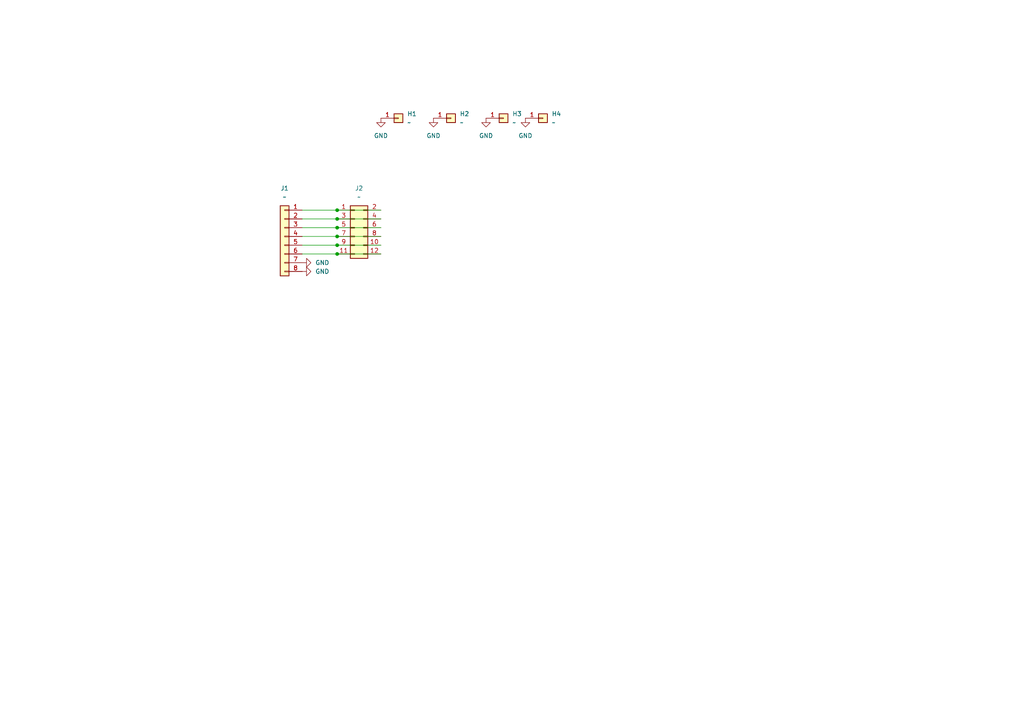
<source format=kicad_sch>
(kicad_sch (version 20211123) (generator eeschema)
  (paper "A4")
  (lib_symbols
    (symbol "Connector_Generic:Conn_01x01" (pin_names (offset 1.016) hide)
      (property "Reference" "J" (at 0 2.54 0))
      (property "Value" "Conn_01x01" (at 0 -2.54 0))
      (symbol "Conn_01x01_1_1"
        (rectangle (start -1.27 0.127) (end 0 -0.127) (stroke (width 0.1524)))
        (rectangle (start -1.27 1.27) (end 1.27 -1.27) (stroke (width 0.254)) (fill (type background)))
        (pin passive line (at -5.08 0 0) (length 3.81) (name "Pin_1") (number "1"))
      )
    )
    (symbol "Connector_Generic:Conn_01x08" (pin_names (offset 1.016) hide)
      (property "Reference" "J" (at 0 10.16 0))
      (property "Value" "Conn_01x08" (at 0 -12.7 0))
      (symbol "Conn_01x08_1_1"
        (rectangle (start -1.27 -10.033) (end 0 -10.287) (stroke (width 0.1524)))
        (rectangle (start -1.27 -7.493) (end 0 -7.747) (stroke (width 0.1524)))
        (rectangle (start -1.27 -4.953) (end 0 -5.207) (stroke (width 0.1524)))
        (rectangle (start -1.27 -2.413) (end 0 -2.667) (stroke (width 0.1524)))
        (rectangle (start -1.27 0.127) (end 0 -0.127) (stroke (width 0.1524)))
        (rectangle (start -1.27 2.667) (end 0 2.413) (stroke (width 0.1524)))
        (rectangle (start -1.27 5.207) (end 0 4.953) (stroke (width 0.1524)))
        (rectangle (start -1.27 7.747) (end 0 7.493) (stroke (width 0.1524)))
        (rectangle (start -1.27 8.89) (end 1.27 -11.43) (stroke (width 0.254)) (fill (type background)))
        (pin passive line (at -5.08 7.62 0) (length 3.81) (name "Pin_1") (number "1"))
        (pin passive line (at -5.08 5.08 0) (length 3.81) (name "Pin_2") (number "2"))
        (pin passive line (at -5.08 2.54 0) (length 3.81) (name "Pin_3") (number "3"))
        (pin passive line (at -5.08 0 0) (length 3.81) (name "Pin_4") (number "4"))
        (pin passive line (at -5.08 -2.54 0) (length 3.81) (name "Pin_5") (number "5"))
        (pin passive line (at -5.08 -5.08 0) (length 3.81) (name "Pin_6") (number "6"))
        (pin passive line (at -5.08 -7.62 0) (length 3.81) (name "Pin_7") (number "7"))
        (pin passive line (at -5.08 -10.16 0) (length 3.81) (name "Pin_8") (number "8"))
      )
    )
    (symbol "Connector_Generic:Conn_02x06_Odd_Even" (pin_names (offset 1.016) hide)
      (property "Reference" "J" (at 1.27 7.62 0))
      (property "Value" "Conn_02x06_Odd_Even" (at 1.27 -10.16 0))
      (symbol "Conn_02x06_Odd_Even_1_1"
        (rectangle (start -1.27 -7.493) (end 0 -7.747) (stroke (width 0.1524)))
        (rectangle (start -1.27 -4.953) (end 0 -5.207) (stroke (width 0.1524)))
        (rectangle (start -1.27 -2.413) (end 0 -2.667) (stroke (width 0.1524)))
        (rectangle (start -1.27 0.127) (end 0 -0.127) (stroke (width 0.1524)))
        (rectangle (start -1.27 2.667) (end 0 2.413) (stroke (width 0.1524)))
        (rectangle (start -1.27 5.207) (end 0 4.953) (stroke (width 0.1524)))
        (rectangle (start -1.27 6.35) (end 3.81 -8.89) (stroke (width 0.254)) (fill (type background)))
        (rectangle (start 3.81 -7.493) (end 2.54 -7.747) (stroke (width 0.1524)))
        (rectangle (start 3.81 -4.953) (end 2.54 -5.207) (stroke (width 0.1524)))
        (rectangle (start 3.81 -2.413) (end 2.54 -2.667) (stroke (width 0.1524)))
        (rectangle (start 3.81 0.127) (end 2.54 -0.127) (stroke (width 0.1524)))
        (rectangle (start 3.81 2.667) (end 2.54 2.413) (stroke (width 0.1524)))
        (rectangle (start 3.81 5.207) (end 2.54 4.953) (stroke (width 0.1524)))
        (pin passive line (at -5.08 5.08 0) (length 3.81) (name "Pin_1") (number "1"))
        (pin passive line (at 7.62 -5.08 180) (length 3.81) (name "Pin_10") (number "10"))
        (pin passive line (at -5.08 -7.62 0) (length 3.81) (name "Pin_11") (number "11"))
        (pin passive line (at 7.62 -7.62 180) (length 3.81) (name "Pin_12") (number "12"))
        (pin passive line (at 7.62 5.08 180) (length 3.81) (name "Pin_2") (number "2"))
        (pin passive line (at -5.08 2.54 0) (length 3.81) (name "Pin_3") (number "3"))
        (pin passive line (at 7.62 2.54 180) (length 3.81) (name "Pin_4") (number "4"))
        (pin passive line (at -5.08 0 0) (length 3.81) (name "Pin_5") (number "5"))
        (pin passive line (at 7.62 0 180) (length 3.81) (name "Pin_6") (number "6"))
        (pin passive line (at -5.08 -2.54 0) (length 3.81) (name "Pin_7") (number "7"))
        (pin passive line (at 7.62 -2.54 180) (length 3.81) (name "Pin_8") (number "8"))
        (pin passive line (at -5.08 -5.08 0) (length 3.81) (name "Pin_9") (number "9"))
      )
    )
    (symbol "power:GND" (power) (pin_names (offset 0))
      (property "Value" "GND" (at 0 -3.81 0))
      (symbol "GND_0_1"
        (polyline (pts (xy 0 0) (xy 0 -1.27) (xy 1.27 -1.27) (xy 0 -2.54) (xy -1.27 -1.27) (xy 0 -1.27)))
      )
      (symbol "GND_1_1"
        (pin power_in line (at 0 0 270) (length 0) hide (name "GND") (number "1"))
      )
    )
  )
  (junction (at 97.79 66.04))
  (junction (at 97.79 68.58))
  (junction (at 97.79 73.66))
  (junction (at 97.79 71.12))
  (junction (at 97.79 63.5))
  (junction (at 97.79 60.96))
  (wire (pts (xy 87.63 71.12) (xy 97.79 71.12)))
  (wire (pts (xy 97.79 73.66) (xy 110.49 73.66)))
  (wire (pts (xy 97.79 60.96) (xy 110.49 60.96)))
  (wire (pts (xy 97.79 68.58) (xy 110.49 68.58)))
  (wire (pts (xy 87.63 66.04) (xy 97.79 66.04)))
  (wire (pts (xy 87.63 68.58) (xy 97.79 68.58)))
  (wire (pts (xy 97.79 63.5) (xy 110.49 63.5)))
  (wire (pts (xy 87.63 60.96) (xy 97.79 60.96)))
  (wire (pts (xy 97.79 71.12) (xy 110.49 71.12)))
  (wire (pts (xy 87.63 73.66) (xy 97.79 73.66)))
  (wire (pts (xy 97.79 66.04) (xy 110.49 66.04)))
  (wire (pts (xy 87.63 63.5) (xy 97.79 63.5)))
  (symbol (lib_id "power:GND") (at 87.63 78.74 90) (unit 1)
    (property "Reference" "#PWR0101" (effects hide))
    (property "Value" "GND" (at 91.44 78.7399 90) (effects (justify right)))
  )
  (symbol (lib_id "power:GND") (at 110.49 34.29 0) (unit 1)
    (property "Reference" "#PWR02" (effects hide))
    (property "Value" "GND" (at 110.49 39.37 0))
  )
  (symbol (lib_id "Connector_Generic:Conn_01x01") (at 157.48 34.29 0) (unit 1)
    (property "Reference" "H4" (at 160.02 33.0199 0) (effects (justify left)))
    (property "Value" "~" (at 160.02 35.5599 0) (effects (justify left)))
    (property "Footprint" "MountingHole:MountingHole_3.2mm_M3_ISO14580_Pad" (effects hide))
  )
  (symbol (lib_id "power:GND") (at 140.97 34.29 0) (unit 1)
    (property "Reference" "#PWR04" (effects hide))
    (property "Value" "GND" (at 140.97 39.37 0))
  )
  (symbol (lib_id "Connector_Generic:Conn_02x06_Odd_Even") (at 102.87 66.04 0) (unit 1)
    (property "Reference" "J2" (at 104.14 54.61 0))
    (property "Value" "~" (at 104.14 57.15 0))
    (property "Footprint" "Connector_PinHeader_2.54mm:PinHeader_2x06_P2.54mm_Vertical" (effects hide))
    (property "LCSC" "C492423" (effects hide))
  )
  (symbol (lib_id "power:GND") (at 87.63 76.2 90) (unit 1)
    (property "Reference" "#PWR01" (effects hide))
    (property "Value" "GND" (at 91.44 76.1999 90) (effects (justify right)))
  )
  (symbol (lib_id "Connector_Generic:Conn_01x01") (at 130.81 34.29 0) (unit 1)
    (property "Reference" "H2" (at 133.35 33.0199 0) (effects (justify left)))
    (property "Value" "~" (at 133.35 35.5599 0) (effects (justify left)))
    (property "Footprint" "MountingHole:MountingHole_3.2mm_M3_ISO14580_Pad" (effects hide))
  )
  (symbol (lib_id "Connector_Generic:Conn_01x01") (at 115.57 34.29 0) (unit 1)
    (property "Reference" "H1" (at 118.11 33.0199 0) (effects (justify left)))
    (property "Value" "~" (at 118.11 35.5599 0) (effects (justify left)))
    (property "Footprint" "MountingHole:MountingHole_3.2mm_M3_ISO14580_Pad" (effects hide))
  )
  (symbol (lib_id "power:GND") (at 125.73 34.29 0) (unit 1)
    (property "Reference" "#PWR03" (effects hide))
    (property "Value" "GND" (at 125.73 39.37 0))
  )
  (symbol (lib_id "power:GND") (at 152.4 34.29 0) (unit 1)
    (property "Reference" "#PWR05" (effects hide))
    (property "Value" "GND" (at 152.4 39.37 0))
  )
  (symbol (lib_id "Connector_Generic:Conn_01x01") (at 146.05 34.29 0) (unit 1)
    (property "Reference" "H3" (at 148.59 33.0199 0) (effects (justify left)))
    (property "Value" "~" (at 148.59 35.5599 0) (effects (justify left)))
    (property "Footprint" "MountingHole:MountingHole_3.2mm_M3_ISO14580_Pad" (effects hide))
  )
  (symbol (lib_id "Connector_Generic:Conn_01x08") (at 82.55 68.58 0) (mirror y) (unit 1)
    (property "Reference" "J1" (at 82.55 54.61 0))
    (property "Value" "~" (at 82.55 57.15 0))
    (property "Footprint" "FPC-6P-_5mm-HC-FPC-05-09-6RLTAG:FPC-6P-_5mm-HC-FPC-05-09-6RLTAG" (effects hide))
    (property "LCSC" "C5213748" (effects hide))
  )
)
</source>
